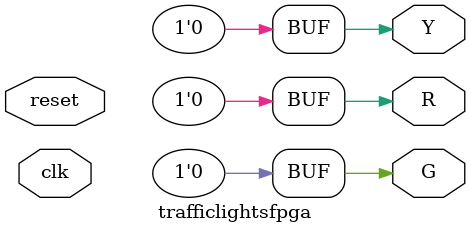
<source format=v>
module trafficlightsfpga(clk,reset,R,G,Y);
input clk,reset;
output reg R=0,Y=0,G=0;
wire clkout;

clockdivider dut1(clkout,clk);
trafficlights dut2(clkout,reset,R,G,Y);  
endmodule
</source>
